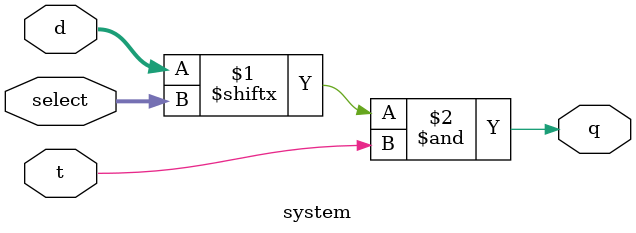
<source format=v>
`timescale 1ns / 1ps

module system( select, d, q, t );

input[1:0] select;
input[3:0] d;
input 	t;
output     q;

wire      q;
wire[1:0] select;
wire[3:0] d;

assign q = (d[select] & t); 

endmodule



</source>
